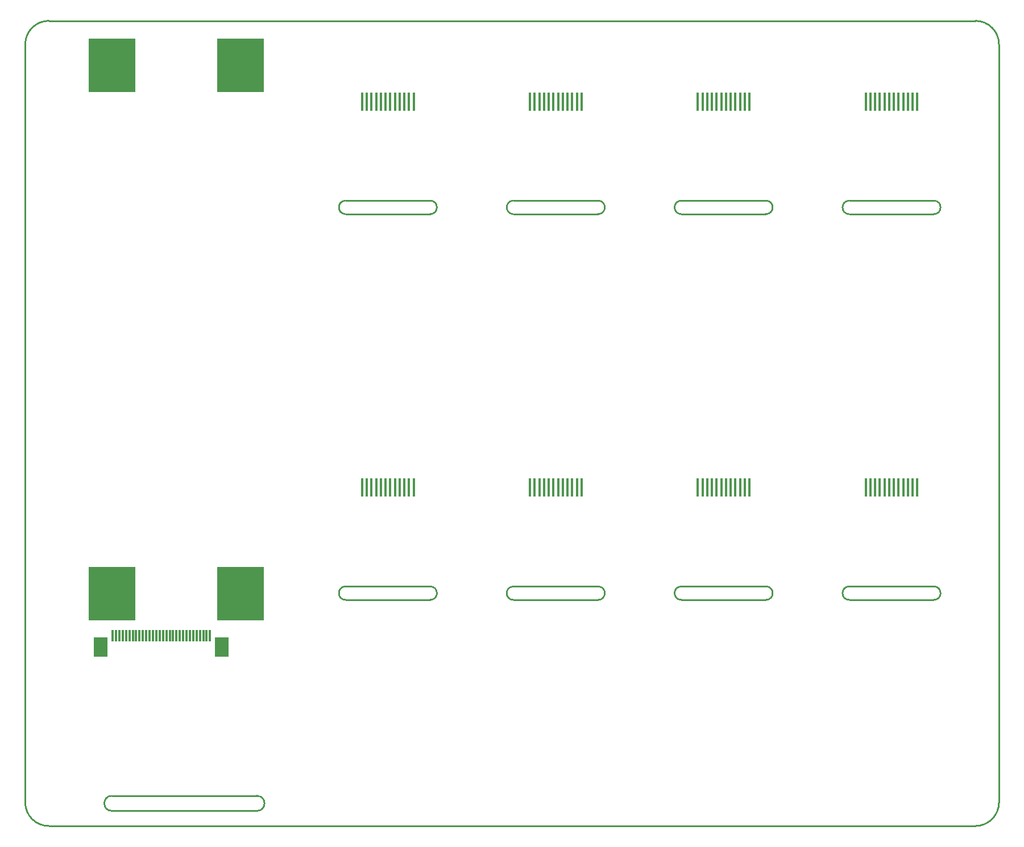
<source format=gbp>
G04*
G04 #@! TF.GenerationSoftware,Altium Limited,Altium Designer,22.2.1 (43)*
G04*
G04 Layer_Color=128*
%FSLAX44Y44*%
%MOMM*%
G71*
G04*
G04 #@! TF.SameCoordinates,A4FAE18D-661E-41B9-AA1C-1E8D17E7CC58*
G04*
G04*
G04 #@! TF.FilePolarity,Positive*
G04*
G01*
G75*
%ADD12C,0.2540*%
%ADD136R,0.3200X1.8000*%
%ADD137R,2.0000X3.0000*%
%ADD138R,0.4000X2.7000*%
%ADD139R,7.0000X8.0000*%
D12*
X-380000Y-577500D02*
G03*
X-380000Y-555000I0J11250D01*
G01*
X-596000D02*
G03*
X-596000Y-577500I0J-11250D01*
G01*
X502000Y-243000D02*
G03*
X502000Y-263000I0J-10000D01*
G01*
X628000D02*
G03*
X628000Y-243000I0J10000D01*
G01*
X378000Y-263000D02*
G03*
X378000Y-243000I0J10000D01*
G01*
X252000D02*
G03*
X252000Y-263000I0J-10000D01*
G01*
X2000Y-243000D02*
G03*
X2000Y-263000I0J-10000D01*
G01*
X128000D02*
G03*
X128000Y-243000I0J10000D01*
G01*
X-122000Y-263000D02*
G03*
X-122000Y-243000I0J10000D01*
G01*
X-248000D02*
G03*
X-248000Y-263000I0J-10000D01*
G01*
X502000Y332000D02*
G03*
X502000Y312000I0J-10000D01*
G01*
X628000D02*
G03*
X628000Y332000I0J10000D01*
G01*
X378000Y312000D02*
G03*
X378000Y332000I0J10000D01*
G01*
X252000D02*
G03*
X252000Y312000I0J-10000D01*
G01*
X2000Y332000D02*
G03*
X2000Y312000I0J-10000D01*
G01*
X128000D02*
G03*
X128000Y332000I0J10000D01*
G01*
X-122000Y312000D02*
G03*
X-122000Y332000I0J10000D01*
G01*
X-248000D02*
G03*
X-248000Y312000I0J-10000D01*
G01*
X690000Y-600000D02*
G03*
X725000Y-565000I0J35000D01*
G01*
X-725000D02*
G03*
X-690000Y-600000I35000J0D01*
G01*
X725000Y565000D02*
G03*
X690000Y600000I-35000J0D01*
G01*
X-690000D02*
G03*
X-725000Y565000I0J-35000D01*
G01*
X-596000Y-577500D02*
X-380000D01*
X-596000Y-555000D02*
X-380000D01*
X502000Y-243000D02*
X628000D01*
X502000Y-263000D02*
X628000D01*
X252000D02*
X378000D01*
X252000Y-243000D02*
X378000D01*
X2000D02*
X128000D01*
X2000Y-263000D02*
X128000D01*
X-248000D02*
X-122000D01*
X-248000Y-243000D02*
X-122000D01*
X502000Y332000D02*
X628000D01*
X502000Y312000D02*
X628000D01*
X252000D02*
X378000D01*
X252000Y332000D02*
X378000D01*
X2000D02*
X128000D01*
X2000Y312000D02*
X128000D01*
X-248000D02*
X-122000D01*
X-248000Y332000D02*
X-122000D01*
X-725000Y-565000D02*
Y565000D01*
X-690000Y-600000D02*
X690000D01*
X725000Y-565000D02*
Y565000D01*
X-690000Y600000D02*
X690000D01*
D136*
X-464850Y-316000D02*
D03*
X-524850D02*
D03*
X-504850D02*
D03*
X-484850D02*
D03*
X-549850D02*
D03*
X-569850D02*
D03*
X-589850D02*
D03*
X-459850D02*
D03*
X-449850D02*
D03*
X-454850D02*
D03*
X-474850D02*
D03*
X-479850D02*
D03*
X-469850D02*
D03*
X-489850D02*
D03*
X-494850D02*
D03*
X-499850D02*
D03*
X-509850D02*
D03*
X-514850D02*
D03*
X-519850D02*
D03*
X-529850D02*
D03*
X-534850D02*
D03*
X-539850D02*
D03*
X-544850D02*
D03*
X-554850D02*
D03*
X-559850D02*
D03*
X-564850D02*
D03*
X-574850D02*
D03*
X-579850D02*
D03*
X-584850D02*
D03*
X-594850D02*
D03*
D137*
X-612700Y-333500D02*
D03*
X-432000D02*
D03*
D138*
X568500Y-95200D02*
D03*
X575500D02*
D03*
X582500D02*
D03*
X589500D02*
D03*
X596500D02*
D03*
X603500D02*
D03*
X561500D02*
D03*
X554500D02*
D03*
X547500D02*
D03*
X540500D02*
D03*
X533500D02*
D03*
X526500D02*
D03*
X276500D02*
D03*
X283500D02*
D03*
X290500D02*
D03*
X297500D02*
D03*
X304500D02*
D03*
X311500D02*
D03*
X353500D02*
D03*
X346500D02*
D03*
X339500D02*
D03*
X332500D02*
D03*
X325500D02*
D03*
X318500D02*
D03*
X68500D02*
D03*
X75500D02*
D03*
X82500D02*
D03*
X89500D02*
D03*
X96500D02*
D03*
X103500D02*
D03*
X61500D02*
D03*
X54500D02*
D03*
X47500D02*
D03*
X40500D02*
D03*
X33500D02*
D03*
X26500D02*
D03*
X-223500D02*
D03*
X-216500D02*
D03*
X-209500D02*
D03*
X-202500D02*
D03*
X-195500D02*
D03*
X-188500D02*
D03*
X-146500D02*
D03*
X-153500D02*
D03*
X-160500D02*
D03*
X-167500D02*
D03*
X-174500D02*
D03*
X-181500D02*
D03*
X568500Y479800D02*
D03*
X575500D02*
D03*
X582500D02*
D03*
X589500D02*
D03*
X596500D02*
D03*
X603500D02*
D03*
X561500D02*
D03*
X554500D02*
D03*
X547500D02*
D03*
X540500D02*
D03*
X533500D02*
D03*
X526500D02*
D03*
X276500D02*
D03*
X283500D02*
D03*
X290500D02*
D03*
X297500D02*
D03*
X304500D02*
D03*
X311500D02*
D03*
X353500D02*
D03*
X346500D02*
D03*
X339500D02*
D03*
X332500D02*
D03*
X325500D02*
D03*
X318500D02*
D03*
X68500D02*
D03*
X75500D02*
D03*
X82500D02*
D03*
X89500D02*
D03*
X96500D02*
D03*
X103500D02*
D03*
X61500D02*
D03*
X54500D02*
D03*
X47500D02*
D03*
X40500D02*
D03*
X33500D02*
D03*
X26500D02*
D03*
X-223500D02*
D03*
X-216500D02*
D03*
X-209500D02*
D03*
X-202500D02*
D03*
X-195500D02*
D03*
X-188500D02*
D03*
X-146500D02*
D03*
X-153500D02*
D03*
X-160500D02*
D03*
X-167500D02*
D03*
X-174500D02*
D03*
X-181500D02*
D03*
D139*
X-595500Y-253500D02*
D03*
X-404500D02*
D03*
X-595500Y533500D02*
D03*
X-404500D02*
D03*
M02*

</source>
